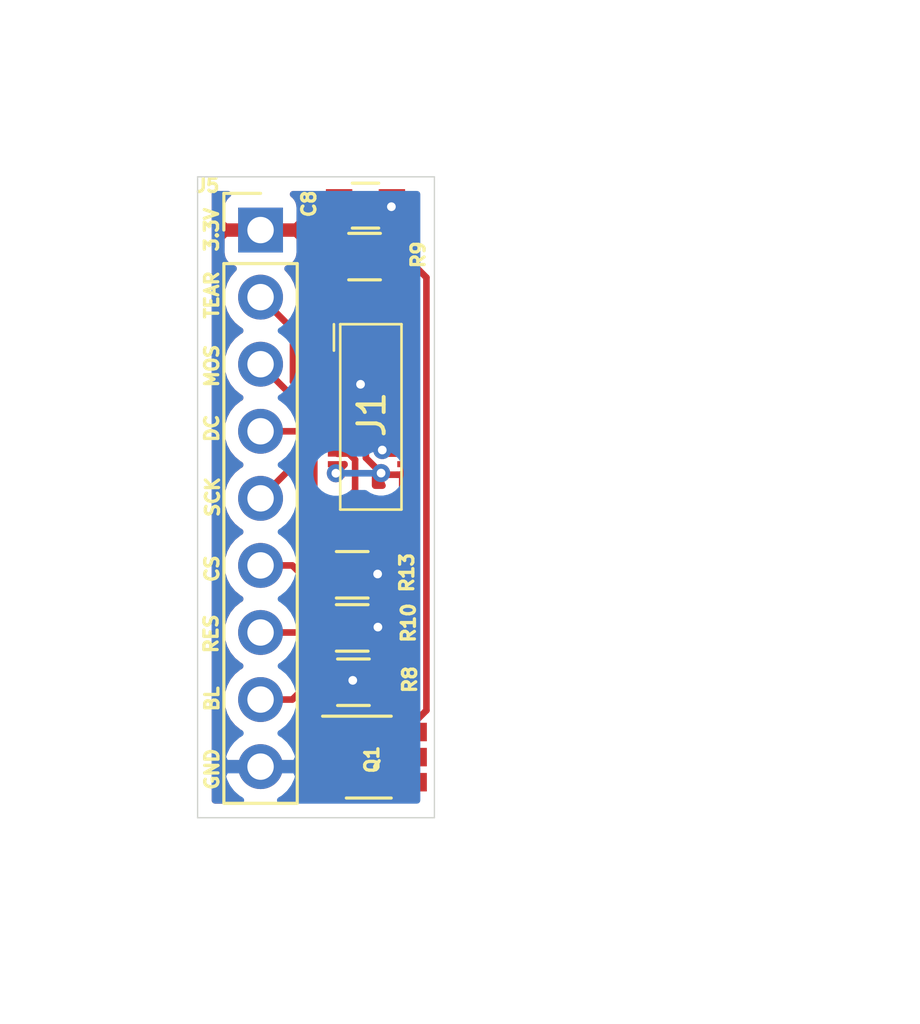
<source format=kicad_pcb>
(kicad_pcb (version 20171130) (host pcbnew "(5.1.2)-2")

  (general
    (thickness 1.6)
    (drawings 13)
    (tracks 114)
    (zones 0)
    (modules 8)
    (nets 12)
  )

  (page A4)
  (layers
    (0 F.Cu signal)
    (31 B.Cu signal)
    (32 B.Adhes user)
    (33 F.Adhes user)
    (34 B.Paste user)
    (35 F.Paste user)
    (36 B.SilkS user)
    (37 F.SilkS user)
    (38 B.Mask user)
    (39 F.Mask user)
    (40 Dwgs.User user)
    (41 Cmts.User user)
    (42 Eco1.User user)
    (43 Eco2.User user)
    (44 Edge.Cuts user)
    (45 Margin user)
    (46 B.CrtYd user)
    (47 F.CrtYd user)
    (48 B.Fab user)
    (49 F.Fab user)
  )

  (setup
    (last_trace_width 0.25)
    (user_trace_width 1.524)
    (trace_clearance 0.1524)
    (zone_clearance 0.508)
    (zone_45_only no)
    (trace_min 0.1524)
    (via_size 0.8)
    (via_drill 0.4)
    (via_min_size 0.508)
    (via_min_drill 0.254)
    (user_via 0.6858 0.3302)
    (uvia_size 0.3)
    (uvia_drill 0.1)
    (uvias_allowed no)
    (uvia_min_size 0)
    (uvia_min_drill 0)
    (edge_width 0.05)
    (segment_width 0.2)
    (pcb_text_width 0.3)
    (pcb_text_size 1.5 1.5)
    (mod_edge_width 0.12)
    (mod_text_size 1 1)
    (mod_text_width 0.15)
    (pad_size 1.524 1.524)
    (pad_drill 0.762)
    (pad_to_mask_clearance 0.0508)
    (solder_mask_min_width 0.101)
    (aux_axis_origin 0 0)
    (visible_elements 7FFFFFFF)
    (pcbplotparams
      (layerselection 0x010fc_ffffffff)
      (usegerberextensions false)
      (usegerberattributes false)
      (usegerberadvancedattributes false)
      (creategerberjobfile false)
      (excludeedgelayer true)
      (linewidth 0.100000)
      (plotframeref false)
      (viasonmask false)
      (mode 1)
      (useauxorigin false)
      (hpglpennumber 1)
      (hpglpenspeed 20)
      (hpglpendiameter 15.000000)
      (psnegative false)
      (psa4output false)
      (plotreference true)
      (plotvalue true)
      (plotinvisibletext false)
      (padsonsilk false)
      (subtractmaskfromsilk false)
      (outputformat 1)
      (mirror false)
      (drillshape 1)
      (scaleselection 1)
      (outputdirectory ""))
  )

  (net 0 "")
  (net 1 "(GND)")
  (net 2 +3.3)
  (net 3 CS)
  (net 4 RESET)
  (net 5 BACKLIGHT)
  (net 6 "Net-(Q1-Pad6)")
  (net 7 TEAR)
  (net 8 MOSI)
  (net 9 DC)
  (net 10 SCK)
  (net 11 /240x240_display/LEDK)

  (net_class Default "This is the default net class."
    (clearance 0.1524)
    (trace_width 0.25)
    (via_dia 0.8)
    (via_drill 0.4)
    (uvia_dia 0.3)
    (uvia_drill 0.1)
    (add_net "(GND)")
    (add_net +3.3)
    (add_net /240x240_display/LEDK)
    (add_net BACKLIGHT)
    (add_net CS)
    (add_net DC)
    (add_net MOSI)
    (add_net "Net-(Q1-Pad6)")
    (add_net RESET)
    (add_net SCK)
    (add_net TEAR)
  )

  (module "SMD_Packages:DF37B-24DP-0.4V(51)" (layer F.Cu) (tedit 5DB78420) (tstamp 5DB7EDE9)
    (at 120.56364 94.01048 270)
    (path /5DA394ED/5DA3A9CA)
    (fp_text reference J1 (at -0.08 -0.03 90) (layer F.SilkS)
      (effects (font (size 1 1) (thickness 0.15)))
    )
    (fp_text value Conn_02x12_Counter_Clockwise (at -14.93 2.09 180) (layer F.Fab)
      (effects (font (size 1 1) (thickness 0.15)))
    )
    (fp_line (start -3.5 1.4) (end -2.5 1.4) (layer F.SilkS) (width 0.1))
    (fp_line (start 3.52 -1.16) (end 3.52 1.16) (layer F.SilkS) (width 0.1))
    (fp_line (start -3.5 1.16) (end 3.52 1.16) (layer F.SilkS) (width 0.1))
    (fp_line (start -3.5 -1.16) (end 3.5 -1.16) (layer F.SilkS) (width 0.1))
    (fp_line (start -3.5 -1.16) (end -3.5 1.16) (layer F.SilkS) (width 0.1))
    (pad "" smd rect (at -3.25 0 270) (size 0.38 1.1) (drill (offset -0.19 0)) (layers F.Cu F.Paste F.Mask))
    (pad 12 smd rect (at 2.2 1 270) (size 0.23 0.63) (drill (offset 0 0.315)) (layers F.Cu F.Paste F.Mask)
      (net 2 +3.3))
    (pad 11 smd rect (at 1.8 1 270) (size 0.23 0.63) (drill (offset 0 0.315)) (layers F.Cu F.Paste F.Mask)
      (net 2 +3.3))
    (pad 10 smd rect (at 1.4 1 270) (size 0.23 0.63) (drill (offset 0 0.315)) (layers F.Cu F.Paste F.Mask)
      (net 4 RESET))
    (pad 9 smd rect (at 1 1 270) (size 0.23 0.63) (drill (offset 0 0.315)) (layers F.Cu F.Paste F.Mask)
      (net 3 CS))
    (pad 8 smd rect (at 0.6 1 270) (size 0.23 0.63) (drill (offset 0 0.315)) (layers F.Cu F.Paste F.Mask)
      (net 10 SCK))
    (pad 7 smd rect (at 0.2 1 270) (size 0.23 0.63) (drill (offset 0 0.315)) (layers F.Cu F.Paste F.Mask)
      (net 9 DC))
    (pad 6 smd rect (at -0.2 1 270) (size 0.23 0.63) (drill (offset 0 0.315)) (layers F.Cu F.Paste F.Mask)
      (net 8 MOSI))
    (pad 5 smd rect (at -0.6 1 270) (size 0.23 0.63) (drill (offset 0 0.315)) (layers F.Cu F.Paste F.Mask)
      (net 7 TEAR))
    (pad 4 smd rect (at -1 1 270) (size 0.23 0.63) (drill (offset 0 0.315)) (layers F.Cu F.Paste F.Mask)
      (net 1 "(GND)"))
    (pad 3 smd rect (at -1.4 1 270) (size 0.23 0.63) (drill (offset 0 0.315)) (layers F.Cu F.Paste F.Mask)
      (net 1 "(GND)"))
    (pad 2 smd rect (at -1.8 1.01 270) (size 0.23 0.63) (drill (offset 0 0.315)) (layers F.Cu F.Paste F.Mask)
      (net 11 /240x240_display/LEDK))
    (pad 1 smd rect (at -2.2 1.01 270) (size 0.23 0.63) (drill (offset 0 0.315)) (layers F.Cu F.Paste F.Mask)
      (net 11 /240x240_display/LEDK))
    (pad 13 smd rect (at 2.2 -1 270) (size 0.23 0.63) (drill (offset 0 -0.315)) (layers F.Cu F.Paste F.Mask)
      (net 2 +3.3))
    (pad 14 smd rect (at 1.8 -1 270) (size 0.23 0.63) (drill (offset 0 -0.315)) (layers F.Cu F.Paste F.Mask)
      (net 2 +3.3))
    (pad 15 smd rect (at 1.4 -1 270) (size 0.23 0.63) (drill (offset 0 -0.315)) (layers F.Cu F.Paste F.Mask)
      (net 1 "(GND)"))
    (pad 16 smd rect (at 1 -1 270) (size 0.23 0.63) (drill (offset 0 -0.315)) (layers F.Cu F.Paste F.Mask)
      (net 1 "(GND)"))
    (pad 17 smd rect (at 0.6 -1 270) (size 0.23 0.63) (drill (offset 0 -0.315)) (layers F.Cu F.Paste F.Mask))
    (pad 18 smd rect (at 0.2 -1 270) (size 0.23 0.63) (drill (offset 0 -0.315)) (layers F.Cu F.Paste F.Mask))
    (pad 19 smd rect (at -0.2 -1 270) (size 0.23 0.63) (drill (offset 0 -0.315)) (layers F.Cu F.Paste F.Mask))
    (pad 20 smd rect (at -0.6 -1 270) (size 0.23 0.63) (drill (offset 0 -0.315)) (layers F.Cu F.Paste F.Mask))
    (pad 21 smd rect (at -1 -1 270) (size 0.23 0.63) (drill (offset 0 -0.315)) (layers F.Cu F.Paste F.Mask))
    (pad 22 smd rect (at -1.4 -1 270) (size 0.23 0.63) (drill (offset 0 -0.315)) (layers F.Cu F.Paste F.Mask))
    (pad 23 smd rect (at -1.8 -1 270) (size 0.23 0.63) (drill (offset 0 -0.315)) (layers F.Cu F.Paste F.Mask)
      (net 2 +3.3))
    (pad 24 smd rect (at -2.2 -1.01 270) (size 0.23 0.63) (drill (offset 0 -0.315)) (layers F.Cu F.Paste F.Mask)
      (net 2 +3.3))
    (pad "" smd rect (at 3.25 0 270) (size 0.38 1.1) (drill (offset 0.19 0)) (layers F.Cu F.Paste F.Mask))
  )

  (module Capacitors_SMD:C_0805 (layer F.Cu) (tedit 58AA8463) (tstamp 5DB7C0B7)
    (at 120.36044 86.01964)
    (descr "Capacitor SMD 0805, reflow soldering, AVX (see smccp.pdf)")
    (tags "capacitor 0805")
    (path /5DA394ED/5DA8AA33)
    (attr smd)
    (fp_text reference C8 (at -2.14376 -0.06604 90) (layer F.SilkS)
      (effects (font (size 0.5 0.5) (thickness 0.125)))
    )
    (fp_text value 0.1uF (at 2.61 -5.65) (layer F.Fab)
      (effects (font (size 1 1) (thickness 0.15)))
    )
    (fp_line (start 1.75 0.87) (end -1.75 0.87) (layer F.CrtYd) (width 0.05))
    (fp_line (start 1.75 0.87) (end 1.75 -0.88) (layer F.CrtYd) (width 0.05))
    (fp_line (start -1.75 -0.88) (end -1.75 0.87) (layer F.CrtYd) (width 0.05))
    (fp_line (start -1.75 -0.88) (end 1.75 -0.88) (layer F.CrtYd) (width 0.05))
    (fp_line (start -0.5 0.85) (end 0.5 0.85) (layer F.SilkS) (width 0.12))
    (fp_line (start 0.5 -0.85) (end -0.5 -0.85) (layer F.SilkS) (width 0.12))
    (fp_line (start -1 -0.62) (end 1 -0.62) (layer F.Fab) (width 0.1))
    (fp_line (start 1 -0.62) (end 1 0.62) (layer F.Fab) (width 0.1))
    (fp_line (start 1 0.62) (end -1 0.62) (layer F.Fab) (width 0.1))
    (fp_line (start -1 0.62) (end -1 -0.62) (layer F.Fab) (width 0.1))
    (pad 2 smd rect (at 1 0) (size 1 1.25) (layers F.Cu F.Paste F.Mask)
      (net 1 "(GND)"))
    (pad 1 smd rect (at -1 0) (size 1 1.25) (layers F.Cu F.Paste F.Mask)
      (net 2 +3.3))
    (model Capacitors_SMD.3dshapes/C_0805.wrl
      (at (xyz 0 0 0))
      (scale (xyz 1 1 1))
      (rotate (xyz 0 0 0))
    )
  )

  (module Pin_Headers:Pin_Header_Straight_1x09_Pitch2.54mm (layer F.Cu) (tedit 5862ED52) (tstamp 5DB7C18A)
    (at 116.385001 86.945001)
    (descr "Through hole straight pin header, 1x09, 2.54mm pitch, single row")
    (tags "Through hole pin header THT 1x09 2.54mm single row")
    (path /5DA394ED/5DA794B6)
    (fp_text reference J5 (at -2.003721 -1.687361) (layer F.SilkS)
      (effects (font (size 0.5 0.5) (thickness 0.125)))
    )
    (fp_text value Conn_01x09_Male (at 0.164999 29.234999) (layer F.Fab)
      (effects (font (size 1 1) (thickness 0.15)))
    )
    (fp_line (start -1.27 -1.27) (end -1.27 21.59) (layer F.Fab) (width 0.1))
    (fp_line (start -1.27 21.59) (end 1.27 21.59) (layer F.Fab) (width 0.1))
    (fp_line (start 1.27 21.59) (end 1.27 -1.27) (layer F.Fab) (width 0.1))
    (fp_line (start 1.27 -1.27) (end -1.27 -1.27) (layer F.Fab) (width 0.1))
    (fp_line (start -1.39 1.27) (end -1.39 21.71) (layer F.SilkS) (width 0.12))
    (fp_line (start -1.39 21.71) (end 1.39 21.71) (layer F.SilkS) (width 0.12))
    (fp_line (start 1.39 21.71) (end 1.39 1.27) (layer F.SilkS) (width 0.12))
    (fp_line (start 1.39 1.27) (end -1.39 1.27) (layer F.SilkS) (width 0.12))
    (fp_line (start -1.39 0) (end -1.39 -1.39) (layer F.SilkS) (width 0.12))
    (fp_line (start -1.39 -1.39) (end 0 -1.39) (layer F.SilkS) (width 0.12))
    (fp_line (start -1.6 -1.6) (end -1.6 21.9) (layer F.CrtYd) (width 0.05))
    (fp_line (start -1.6 21.9) (end 1.6 21.9) (layer F.CrtYd) (width 0.05))
    (fp_line (start 1.6 21.9) (end 1.6 -1.6) (layer F.CrtYd) (width 0.05))
    (fp_line (start 1.6 -1.6) (end -1.6 -1.6) (layer F.CrtYd) (width 0.05))
    (pad 1 thru_hole rect (at 0 0) (size 1.7 1.7) (drill 1) (layers *.Cu *.Mask)
      (net 2 +3.3))
    (pad 2 thru_hole oval (at 0 2.54) (size 1.7 1.7) (drill 1) (layers *.Cu *.Mask)
      (net 7 TEAR))
    (pad 3 thru_hole oval (at 0 5.08) (size 1.7 1.7) (drill 1) (layers *.Cu *.Mask)
      (net 8 MOSI))
    (pad 4 thru_hole oval (at 0 7.62) (size 1.7 1.7) (drill 1) (layers *.Cu *.Mask)
      (net 9 DC))
    (pad 5 thru_hole oval (at 0 10.16) (size 1.7 1.7) (drill 1) (layers *.Cu *.Mask)
      (net 10 SCK))
    (pad 6 thru_hole oval (at 0 12.7) (size 1.7 1.7) (drill 1) (layers *.Cu *.Mask)
      (net 3 CS))
    (pad 7 thru_hole oval (at 0 15.24) (size 1.7 1.7) (drill 1) (layers *.Cu *.Mask)
      (net 4 RESET))
    (pad 8 thru_hole oval (at 0 17.78) (size 1.7 1.7) (drill 1) (layers *.Cu *.Mask)
      (net 5 BACKLIGHT))
    (pad 9 thru_hole oval (at 0 20.32) (size 1.7 1.7) (drill 1) (layers *.Cu *.Mask)
      (net 1 "(GND)"))
    (model Pin_Headers.3dshapes/Pin_Header_Straight_1x09_Pitch2.54mm.wrl
      (offset (xyz 0 -10.15999984741211 0))
      (scale (xyz 1 1 1))
      (rotate (xyz 0 0 90))
    )
  )

  (module TO_SOT_Packages_SMD:SuperSOT-6 (layer F.Cu) (tedit 5DA907BF) (tstamp 5DB7C1B9)
    (at 120.63476 106.95432 270)
    (tags "SuperSOT SOT-6")
    (path /5DA394ED/5DA8A9CF)
    (fp_text reference Q1 (at 0.04 0.03 270) (layer F.SilkS)
      (effects (font (size 0.5 0.5) (thickness 0.125)))
    )
    (fp_text value FDC6420C (at 8.71 -2.72 180) (layer F.Fab)
      (effects (font (size 1 1) (thickness 0.15)))
    )
    (fp_line (start 1.5 -0.7) (end 1.5 1) (layer F.SilkS) (width 0.12))
    (fp_line (start -1.6 1.9) (end -1.6 -0.7) (layer F.SilkS) (width 0.12))
    (fp_line (start -1.7 -2.2) (end 1.6 -2.2) (layer F.CrtYd) (width 0.04))
    (fp_line (start 1.6 -2.2) (end 1.6 2.2) (layer F.CrtYd) (width 0.04))
    (fp_line (start 1.6 2.2) (end -1.7 2.2) (layer F.CrtYd) (width 0.04))
    (fp_line (start -1.7 2.2) (end -1.7 -2.2) (layer F.CrtYd) (width 0.04))
    (pad 3 smd rect (at 0.9 1.3 270) (size 0.7 1.5) (layers F.Cu F.Paste F.Mask))
    (pad 4 smd rect (at 0.9 -1.3 270) (size 0.7 1.5) (layers F.Cu F.Paste F.Mask))
    (pad 5 smd rect (at -0.05 -1.3 270) (size 0.7 1.5) (layers F.Cu F.Paste F.Mask)
      (net 1 "(GND)"))
    (pad 6 smd rect (at -1 -1.3 270) (size 0.7 1.5) (layers F.Cu F.Paste F.Mask)
      (net 6 "Net-(Q1-Pad6)"))
    (pad 2 smd rect (at -0.05 1.3 270) (size 0.7 1.5) (layers F.Cu F.Paste F.Mask))
    (pad 1 smd rect (at -1 1.3 270) (size 0.7 1.5) (layers F.Cu F.Paste F.Mask)
      (net 5 BACKLIGHT))
  )

  (module Resistors_SMD:R_0805 (layer F.Cu) (tedit 58AADA8F) (tstamp 5DB7C241)
    (at 119.90324 104.06888 180)
    (descr "Resistor SMD 0805, reflow soldering, Vishay (see dcrcw.pdf)")
    (tags "resistor 0805")
    (path /5DA394ED/5DA4E811)
    (attr smd)
    (fp_text reference R8 (at -2.1336 0.1016 90) (layer F.SilkS)
      (effects (font (size 0.5 0.5) (thickness 0.125)))
    )
    (fp_text value 2.2K (at -2.44 -7.87) (layer F.Fab)
      (effects (font (size 1 1) (thickness 0.15)))
    )
    (fp_line (start -1 0.62) (end -1 -0.62) (layer F.Fab) (width 0.1))
    (fp_line (start 1 0.62) (end -1 0.62) (layer F.Fab) (width 0.1))
    (fp_line (start 1 -0.62) (end 1 0.62) (layer F.Fab) (width 0.1))
    (fp_line (start -1 -0.62) (end 1 -0.62) (layer F.Fab) (width 0.1))
    (fp_line (start 0.6 0.88) (end -0.6 0.88) (layer F.SilkS) (width 0.12))
    (fp_line (start -0.6 -0.88) (end 0.6 -0.88) (layer F.SilkS) (width 0.12))
    (fp_line (start -1.55 -0.9) (end 1.55 -0.9) (layer F.CrtYd) (width 0.05))
    (fp_line (start -1.55 -0.9) (end -1.55 0.9) (layer F.CrtYd) (width 0.05))
    (fp_line (start 1.55 0.9) (end 1.55 -0.9) (layer F.CrtYd) (width 0.05))
    (fp_line (start 1.55 0.9) (end -1.55 0.9) (layer F.CrtYd) (width 0.05))
    (pad 1 smd rect (at -0.95 0 180) (size 0.7 1.3) (layers F.Cu F.Paste F.Mask)
      (net 2 +3.3))
    (pad 2 smd rect (at 0.95 0 180) (size 0.7 1.3) (layers F.Cu F.Paste F.Mask)
      (net 5 BACKLIGHT))
    (model Resistors_SMD.3dshapes/R_0805.wrl
      (at (xyz 0 0 0))
      (scale (xyz 1 1 1))
      (rotate (xyz 0 0 0))
    )
  )

  (module Resistors_SMD:R_0805 (layer F.Cu) (tedit 58AADA8F) (tstamp 5DB7C252)
    (at 120.32488 87.95004)
    (descr "Resistor SMD 0805, reflow soldering, Vishay (see dcrcw.pdf)")
    (tags "resistor 0805")
    (path /5DA394ED/5DA5E92D)
    (attr smd)
    (fp_text reference R9 (at 2.03 -0.07 270) (layer F.SilkS)
      (effects (font (size 0.5 0.5) (thickness 0.125)))
    )
    (fp_text value 10 (at 20.21 4.58 270) (layer F.Fab)
      (effects (font (size 1 1) (thickness 0.15)))
    )
    (fp_line (start 1.55 0.9) (end -1.55 0.9) (layer F.CrtYd) (width 0.05))
    (fp_line (start 1.55 0.9) (end 1.55 -0.9) (layer F.CrtYd) (width 0.05))
    (fp_line (start -1.55 -0.9) (end -1.55 0.9) (layer F.CrtYd) (width 0.05))
    (fp_line (start -1.55 -0.9) (end 1.55 -0.9) (layer F.CrtYd) (width 0.05))
    (fp_line (start -0.6 -0.88) (end 0.6 -0.88) (layer F.SilkS) (width 0.12))
    (fp_line (start 0.6 0.88) (end -0.6 0.88) (layer F.SilkS) (width 0.12))
    (fp_line (start -1 -0.62) (end 1 -0.62) (layer F.Fab) (width 0.1))
    (fp_line (start 1 -0.62) (end 1 0.62) (layer F.Fab) (width 0.1))
    (fp_line (start 1 0.62) (end -1 0.62) (layer F.Fab) (width 0.1))
    (fp_line (start -1 0.62) (end -1 -0.62) (layer F.Fab) (width 0.1))
    (fp_text user %R (at 12.26 4.36) (layer F.Fab)
      (effects (font (size 1 1) (thickness 0.15)))
    )
    (pad 2 smd rect (at 0.95 0) (size 0.7 1.3) (layers F.Cu F.Paste F.Mask)
      (net 6 "Net-(Q1-Pad6)"))
    (pad 1 smd rect (at -0.95 0) (size 0.7 1.3) (layers F.Cu F.Paste F.Mask)
      (net 11 /240x240_display/LEDK))
    (model Resistors_SMD.3dshapes/R_0805.wrl
      (at (xyz 0 0 0))
      (scale (xyz 1 1 1))
      (rotate (xyz 0 0 0))
    )
  )

  (module Resistors_SMD:R_0805 (layer F.Cu) (tedit 58AADA8F) (tstamp 5DB7C263)
    (at 119.85752 102.01148)
    (descr "Resistor SMD 0805, reflow soldering, Vishay (see dcrcw.pdf)")
    (tags "resistor 0805")
    (path /5DA394ED/5DA9425B)
    (attr smd)
    (fp_text reference R10 (at 2.13 -0.19 270) (layer F.SilkS)
      (effects (font (size 0.5 0.5) (thickness 0.125)))
    )
    (fp_text value 10K (at -3.12 12.32) (layer F.Fab)
      (effects (font (size 1 1) (thickness 0.15)))
    )
    (fp_text user %R (at 5.95 9.84) (layer F.Fab)
      (effects (font (size 1 1) (thickness 0.15)))
    )
    (fp_line (start -1 0.62) (end -1 -0.62) (layer F.Fab) (width 0.1))
    (fp_line (start 1 0.62) (end -1 0.62) (layer F.Fab) (width 0.1))
    (fp_line (start 1 -0.62) (end 1 0.62) (layer F.Fab) (width 0.1))
    (fp_line (start -1 -0.62) (end 1 -0.62) (layer F.Fab) (width 0.1))
    (fp_line (start 0.6 0.88) (end -0.6 0.88) (layer F.SilkS) (width 0.12))
    (fp_line (start -0.6 -0.88) (end 0.6 -0.88) (layer F.SilkS) (width 0.12))
    (fp_line (start -1.55 -0.9) (end 1.55 -0.9) (layer F.CrtYd) (width 0.05))
    (fp_line (start -1.55 -0.9) (end -1.55 0.9) (layer F.CrtYd) (width 0.05))
    (fp_line (start 1.55 0.9) (end 1.55 -0.9) (layer F.CrtYd) (width 0.05))
    (fp_line (start 1.55 0.9) (end -1.55 0.9) (layer F.CrtYd) (width 0.05))
    (pad 1 smd rect (at -0.95 0) (size 0.7 1.3) (layers F.Cu F.Paste F.Mask)
      (net 4 RESET))
    (pad 2 smd rect (at 0.95 0) (size 0.7 1.3) (layers F.Cu F.Paste F.Mask)
      (net 1 "(GND)"))
    (model Resistors_SMD.3dshapes/R_0805.wrl
      (at (xyz 0 0 0))
      (scale (xyz 1 1 1))
      (rotate (xyz 0 0 0))
    )
  )

  (module Resistors_SMD:R_0805 (layer F.Cu) (tedit 58AADA8F) (tstamp 5DB7E0B2)
    (at 119.85752 99.9998)
    (descr "Resistor SMD 0805, reflow soldering, Vishay (see dcrcw.pdf)")
    (tags "resistor 0805")
    (path /5DA394ED/5DA99E04)
    (attr smd)
    (fp_text reference R13 (at 2.07 -0.08 90) (layer F.SilkS)
      (effects (font (size 0.5 0.5) (thickness 0.125)))
    )
    (fp_text value 10K (at -2.95 13.05) (layer F.Fab)
      (effects (font (size 1 1) (thickness 0.15)))
    )
    (fp_line (start 1.55 0.9) (end -1.55 0.9) (layer F.CrtYd) (width 0.05))
    (fp_line (start 1.55 0.9) (end 1.55 -0.9) (layer F.CrtYd) (width 0.05))
    (fp_line (start -1.55 -0.9) (end -1.55 0.9) (layer F.CrtYd) (width 0.05))
    (fp_line (start -1.55 -0.9) (end 1.55 -0.9) (layer F.CrtYd) (width 0.05))
    (fp_line (start -0.6 -0.88) (end 0.6 -0.88) (layer F.SilkS) (width 0.12))
    (fp_line (start 0.6 0.88) (end -0.6 0.88) (layer F.SilkS) (width 0.12))
    (fp_line (start -1 -0.62) (end 1 -0.62) (layer F.Fab) (width 0.1))
    (fp_line (start 1 -0.62) (end 1 0.62) (layer F.Fab) (width 0.1))
    (fp_line (start 1 0.62) (end -1 0.62) (layer F.Fab) (width 0.1))
    (fp_line (start -1 0.62) (end -1 -0.62) (layer F.Fab) (width 0.1))
    (fp_text user %R (at 2.48 12.96) (layer F.Fab)
      (effects (font (size 1 1) (thickness 0.15)))
    )
    (pad 2 smd rect (at 0.95 0) (size 0.7 1.3) (layers F.Cu F.Paste F.Mask)
      (net 1 "(GND)"))
    (pad 1 smd rect (at -0.95 0) (size 0.7 1.3) (layers F.Cu F.Paste F.Mask)
      (net 3 CS))
    (model Resistors_SMD.3dshapes/R_0805.wrl
      (at (xyz 0 0 0))
      (scale (xyz 1 1 1))
      (rotate (xyz 0 0 0))
    )
  )

  (gr_text GND (at 114.54384 107.36072 90) (layer F.SilkS) (tstamp 5DB8CF70)
    (effects (font (size 0.5 0.5) (thickness 0.125)))
  )
  (gr_text BL (at 114.54384 104.6988 90) (layer F.SilkS) (tstamp 5DB8CF59)
    (effects (font (size 0.5 0.5) (thickness 0.125)))
  )
  (gr_text RES (at 114.51336 102.235 90) (layer F.SilkS) (tstamp 5DB8CF50)
    (effects (font (size 0.5 0.5) (thickness 0.125)))
  )
  (gr_text CS (at 114.54384 99.7712 90) (layer F.SilkS) (tstamp 5DB8CF44)
    (effects (font (size 0.5 0.5) (thickness 0.125)))
  )
  (gr_text SCK (at 114.56924 97.0534 90) (layer F.SilkS) (tstamp 5DB8CF2D)
    (effects (font (size 0.5 0.5) (thickness 0.125)))
  )
  (gr_text DC (at 114.53876 94.45244 90) (layer F.SilkS) (tstamp 5DB8CF1D)
    (effects (font (size 0.5 0.5) (thickness 0.125)))
  )
  (gr_text MOS (at 114.53876 92.09024 90) (layer F.SilkS) (tstamp 5DB8CF13)
    (effects (font (size 0.5 0.5) (thickness 0.125)))
  )
  (gr_text TEAR (at 114.53876 89.40292 90) (layer F.SilkS) (tstamp 5DB8CF01)
    (effects (font (size 0.5 0.5) (thickness 0.125)))
  )
  (gr_text 3.3V (at 114.53 86.93 90) (layer F.SilkS)
    (effects (font (size 0.5 0.5) (thickness 0.125)))
  )
  (gr_line (start 114 109.2) (end 114 84.93) (layer Edge.Cuts) (width 0.05) (tstamp 5DB7E7FD))
  (gr_line (start 122.97 109.2) (end 114 109.2) (layer Edge.Cuts) (width 0.05))
  (gr_line (start 122.97 84.93) (end 122.97 109.2) (layer Edge.Cuts) (width 0.05))
  (gr_line (start 114 84.93) (end 122.97 84.93) (layer Edge.Cuts) (width 0.05))

  (via (at 121.34088 86.06028) (size 0.6858) (drill 0.3302) (layers F.Cu B.Cu) (net 1))
  (via (at 120.83 101.981) (size 0.6858) (drill 0.3302) (layers F.Cu B.Cu) (net 1))
  (via (at 120.82 99.97) (size 0.6858) (drill 0.3302) (layers F.Cu B.Cu) (net 1))
  (segment (start 120.73636 101.981) (end 120.74652 101.99116) (width 0.25) (layer F.Cu) (net 1))
  (segment (start 120.530413 99.99472) (end 120.82272 99.99472) (width 0.25) (layer F.Cu) (net 1))
  (via (at 119.87784 103.99776) (size 0.6858) (drill 0.3302) (layers F.Cu B.Cu) (net 1))
  (segment (start 119.87784 104.482693) (end 119.87784 103.99776) (width 0.25) (layer F.Cu) (net 1))
  (segment (start 119.87784 104.51196) (end 119.87784 104.482693) (width 0.25) (layer F.Cu) (net 1))
  (segment (start 120.362161 104.996281) (end 119.87784 104.51196) (width 0.25) (layer F.Cu) (net 1))
  (segment (start 120.362161 105.981043) (end 120.362161 104.996281) (width 0.25) (layer F.Cu) (net 1))
  (segment (start 121.285438 106.90432) (end 120.362161 105.981043) (width 0.25) (layer F.Cu) (net 1))
  (segment (start 121.93476 106.90432) (end 121.285438 106.90432) (width 0.25) (layer F.Cu) (net 1))
  (via (at 120.99544 95.2754) (size 0.6858) (drill 0.3302) (layers F.Cu B.Cu) (net 1))
  (segment (start 121.13052 95.41048) (end 120.99544 95.2754) (width 0.25) (layer F.Cu) (net 1))
  (segment (start 121.56364 95.41048) (end 121.13052 95.41048) (width 0.25) (layer F.Cu) (net 1))
  (segment (start 121.26036 95.01048) (end 120.99544 95.2754) (width 0.25) (layer F.Cu) (net 1))
  (segment (start 121.56364 95.01048) (end 121.26036 95.01048) (width 0.25) (layer F.Cu) (net 1))
  (via (at 120.17248 92.7862) (size 0.6858) (drill 0.3302) (layers F.Cu B.Cu) (net 1))
  (segment (start 119.99676 92.61048) (end 120.17248 92.7862) (width 0.25) (layer F.Cu) (net 1))
  (segment (start 119.56364 92.61048) (end 119.99676 92.61048) (width 0.25) (layer F.Cu) (net 1))
  (segment (start 119.9482 93.01048) (end 120.17248 92.7862) (width 0.25) (layer F.Cu) (net 1))
  (segment (start 119.55932 92.99956) (end 119.94388 92.99956) (width 0.25) (layer F.Cu) (net 1))
  (segment (start 121.57364 91.81048) (end 121.57364 91.86072) (width 0.25) (layer F.Cu) (net 2))
  (segment (start 121.57364 91.86072) (end 121.8946 92.18168) (width 0.25) (layer F.Cu) (net 2))
  (segment (start 119.56364 95.81048) (end 119.56364 95.82836) (width 0.25) (layer F.Cu) (net 2))
  (segment (start 119.56364 95.82836) (end 119.23776 96.15424) (width 0.25) (layer F.Cu) (net 2))
  (segment (start 121.56364 96.21048) (end 121.81804 96.21048) (width 0.25) (layer F.Cu) (net 2))
  (segment (start 121.81804 96.21048) (end 121.87936 96.14916) (width 0.25) (layer F.Cu) (net 2))
  (segment (start 121.87936 96.14916) (end 121.87936 95.81388) (width 0.25) (layer F.Cu) (net 2))
  (segment (start 119.36044 86.14464) (end 120.30456 87.08876) (width 0.25) (layer F.Cu) (net 2))
  (segment (start 119.36044 86.01964) (end 119.36044 86.14464) (width 0.25) (layer F.Cu) (net 2))
  (segment (start 120.30456 87.08876) (end 120.30456 88.9254) (width 0.25) (layer F.Cu) (net 2))
  (segment (start 121.391041 90.011881) (end 121.573921 90.011881) (width 0.25) (layer F.Cu) (net 2))
  (segment (start 120.30456 88.9254) (end 121.391041 90.011881) (width 0.25) (layer F.Cu) (net 2))
  (segment (start 121.573921 90.011881) (end 121.8946 90.33256) (width 0.25) (layer F.Cu) (net 2))
  (segment (start 121.8946 90.33256) (end 121.8946 91.78544) (width 0.25) (layer F.Cu) (net 2))
  (segment (start 120.375139 95.573145) (end 120.950437 96.148443) (width 0.25) (layer F.Cu) (net 2))
  (segment (start 120.375139 94.977655) (end 120.375139 95.573145) (width 0.25) (layer F.Cu) (net 2))
  (segment (start 120.792781 92.767017) (end 120.792781 94.560013) (width 0.25) (layer F.Cu) (net 2))
  (segment (start 121.012474 96.21048) (end 121.56364 96.21048) (width 0.25) (layer F.Cu) (net 2))
  (segment (start 121.349318 92.21048) (end 120.792781 92.767017) (width 0.25) (layer F.Cu) (net 2))
  (segment (start 120.792781 94.560013) (end 120.375139 94.977655) (width 0.25) (layer F.Cu) (net 2))
  (segment (start 121.56364 92.21048) (end 121.349318 92.21048) (width 0.25) (layer F.Cu) (net 2))
  (segment (start 120.950437 96.148443) (end 121.012474 96.21048) (width 0.25) (layer F.Cu) (net 2) (tstamp 5DB8CDDC))
  (via (at 120.950437 96.148443) (size 0.6858) (drill 0.3302) (layers F.Cu B.Cu) (net 2))
  (segment (start 119.23776 96.15424) (end 119.23776 96.15424) (width 0.25) (layer F.Cu) (net 2) (tstamp 5DB8CDF1))
  (via (at 119.23776 96.15424) (size 0.6858) (drill 0.3302) (layers F.Cu B.Cu) (net 2))
  (segment (start 120.94464 96.15424) (end 120.950437 96.148443) (width 0.25) (layer B.Cu) (net 2))
  (segment (start 119.23776 96.15424) (end 120.94464 96.15424) (width 0.25) (layer B.Cu) (net 2))
  (segment (start 117.587082 99.645001) (end 117.891081 99.949) (width 0.25) (layer F.Cu) (net 3))
  (segment (start 116.385001 99.645001) (end 117.587082 99.645001) (width 0.25) (layer F.Cu) (net 3))
  (segment (start 117.891081 99.949) (end 118.85168 99.949) (width 0.25) (layer F.Cu) (net 3))
  (segment (start 118.90752 99.0998) (end 118.42 98.61228) (width 0.25) (layer F.Cu) (net 3))
  (segment (start 118.90752 99.9998) (end 118.90752 99.0998) (width 0.25) (layer F.Cu) (net 3))
  (segment (start 118.42 98.61228) (end 118.42 95.56) (width 0.25) (layer F.Cu) (net 3))
  (segment (start 118.42 95.33116) (end 118.73375 95.01741) (width 0.25) (layer F.Cu) (net 3))
  (segment (start 118.42 95.56) (end 118.42 95.33116) (width 0.25) (layer F.Cu) (net 3))
  (segment (start 118.73375 95.01741) (end 119.16664 95.01741) (width 0.25) (layer F.Cu) (net 3))
  (segment (start 116.385001 102.185001) (end 118.739119 102.185001) (width 0.25) (layer F.Cu) (net 4))
  (segment (start 118.739119 102.185001) (end 118.90248 102.02164) (width 0.25) (layer F.Cu) (net 4))
  (segment (start 119.50752 102.01148) (end 119.9 101.619) (width 0.25) (layer F.Cu) (net 4))
  (segment (start 118.90752 102.01148) (end 119.50752 102.01148) (width 0.25) (layer F.Cu) (net 4))
  (segment (start 119.9 101.619) (end 119.9 98.48) (width 0.25) (layer F.Cu) (net 4))
  (segment (start 119.9 98.48) (end 119.9 98.44) (width 0.25) (layer F.Cu) (net 4))
  (segment (start 119.9 98.44) (end 119.41 97.95) (width 0.25) (layer F.Cu) (net 4))
  (segment (start 119.39193 95.40807) (end 119.381921 95.418079) (width 0.25) (layer F.Cu) (net 4))
  (segment (start 119.730323 95.40807) (end 119.39193 95.40807) (width 0.25) (layer F.Cu) (net 4))
  (segment (start 119.96605 95.643797) (end 119.730323 95.40807) (width 0.25) (layer F.Cu) (net 4))
  (segment (start 119.96605 96.808748) (end 119.96605 95.643797) (width 0.25) (layer F.Cu) (net 4))
  (segment (start 119.41 97.95) (end 119.41 97.364798) (width 0.25) (layer F.Cu) (net 4))
  (segment (start 119.41 97.364798) (end 119.96605 96.808748) (width 0.25) (layer F.Cu) (net 4))
  (segment (start 119.381921 95.418079) (end 119.3 95.418079) (width 0.25) (layer F.Cu) (net 4))
  (segment (start 117.587082 104.725001) (end 118.227963 104.08412) (width 0.25) (layer F.Cu) (net 5))
  (segment (start 116.385001 104.725001) (end 117.587082 104.725001) (width 0.25) (layer F.Cu) (net 5))
  (segment (start 118.227963 104.08412) (end 118.93296 104.08412) (width 0.25) (layer F.Cu) (net 5))
  (segment (start 119.33476 105.35432) (end 118.89232 104.91188) (width 0.25) (layer F.Cu) (net 5))
  (segment (start 119.33476 105.95432) (end 119.33476 105.35432) (width 0.25) (layer F.Cu) (net 5))
  (segment (start 118.89232 104.91188) (end 118.89232 104.06888) (width 0.25) (layer F.Cu) (net 5))
  (segment (start 122.66759 105.13485) (end 121.96572 105.83672) (width 0.25) (layer F.Cu) (net 6))
  (segment (start 122.66759 88.74275) (end 122.66759 105.13485) (width 0.25) (layer F.Cu) (net 6))
  (segment (start 121.27488 87.95004) (end 121.87488 87.95004) (width 0.25) (layer F.Cu) (net 6))
  (segment (start 121.87488 87.95004) (end 122.66759 88.74275) (width 0.25) (layer F.Cu) (net 6))
  (segment (start 117.61216 92.683068) (end 118.328882 93.39979) (width 0.25) (layer F.Cu) (net 7))
  (segment (start 117.61216 90.9828) (end 117.61216 92.683068) (width 0.25) (layer F.Cu) (net 7))
  (segment (start 117.512402 90.883042) (end 117.61216 90.9828) (width 0.25) (layer F.Cu) (net 7))
  (segment (start 117.512402 90.612402) (end 117.512402 90.883042) (width 0.25) (layer F.Cu) (net 7))
  (segment (start 116.385001 89.485001) (end 117.512402 90.612402) (width 0.25) (layer F.Cu) (net 7))
  (segment (start 118.48991 93.39979) (end 118.49608 93.40596) (width 0.25) (layer F.Cu) (net 7))
  (segment (start 118.328882 93.39979) (end 118.48991 93.39979) (width 0.25) (layer F.Cu) (net 7))
  (segment (start 118.49608 93.40596) (end 119.26316 93.40596) (width 0.25) (layer F.Cu) (net 7))
  (segment (start 119.479553 93.81018) (end 118.15862 93.81018) (width 0.25) (layer F.Cu) (net 8))
  (segment (start 119.56364 93.81048) (end 119.479853 93.81048) (width 0.25) (layer F.Cu) (net 8))
  (segment (start 119.479853 93.81048) (end 119.479553 93.81018) (width 0.25) (layer F.Cu) (net 8))
  (segment (start 118.15862 93.81018) (end 116.3828 92.03436) (width 0.25) (layer F.Cu) (net 8))
  (segment (start 119.31287 94.21259) (end 119.318359 94.218079) (width 0.25) (layer F.Cu) (net 9))
  (segment (start 118.390358 94.21259) (end 119.31287 94.21259) (width 0.25) (layer F.Cu) (net 9))
  (segment (start 116.385001 94.565001) (end 118.037947 94.565001) (width 0.25) (layer F.Cu) (net 9))
  (segment (start 118.037947 94.565001) (end 118.390358 94.21259) (width 0.25) (layer F.Cu) (net 9))
  (segment (start 119.318359 94.218079) (end 119.33428 94.218079) (width 0.25) (layer F.Cu) (net 9))
  (segment (start 118.016806 95.155234) (end 118.55704 94.615) (width 0.25) (layer F.Cu) (net 10))
  (segment (start 116.385001 97.105001) (end 118.01759 95.472412) (width 0.25) (layer F.Cu) (net 10))
  (segment (start 118.01759 95.472412) (end 118.01759 95.143115) (width 0.25) (layer F.Cu) (net 10))
  (segment (start 118.557824 94.615) (end 118.711719 94.615) (width 0.25) (layer F.Cu) (net 10))
  (segment (start 118.711038 94.615) (end 119.2022 94.615) (width 0.25) (layer F.Cu) (net 10))
  (segment (start 119.37488 87.95004) (end 119.37488 87.95004) (width 0.25) (layer F.Cu) (net 11))
  (segment (start 119.37488 87.95004) (end 119.37488 88.25004) (width 0.25) (layer F.Cu) (net 11) (tstamp 5DB8C68C))
  (segment (start 119.37488 87.95004) (end 119.37488 90.36816) (width 0.25) (layer F.Cu) (net 11))
  (segment (start 119.37488 90.36816) (end 118.66372 91.07932) (width 0.25) (layer F.Cu) (net 11))
  (segment (start 118.66372 91.07932) (end 118.66372 91.57716) (width 0.25) (layer F.Cu) (net 11))
  (segment (start 118.66372 92.06484) (end 118.78564 92.18676) (width 0.25) (layer F.Cu) (net 11))
  (segment (start 118.66372 91.57716) (end 118.66372 92.06484) (width 0.25) (layer F.Cu) (net 11))
  (segment (start 118.78564 92.21216) (end 119.2276 92.21216) (width 0.25) (layer F.Cu) (net 11))
  (segment (start 118.89704 91.81048) (end 118.66372 91.57716) (width 0.25) (layer F.Cu) (net 11))
  (segment (start 119.55364 91.81048) (end 118.89704 91.81048) (width 0.25) (layer F.Cu) (net 11))

  (zone (net 1) (net_name "(GND)") (layer B.Cu) (tstamp 5DB8C668) (hatch edge 0.508)
    (connect_pads (clearance 0.508))
    (min_thickness 0.254)
    (fill yes (arc_segments 32) (thermal_gap 0.508) (thermal_bridge_width 0.508))
    (polygon
      (pts
        (xy 112.99 83.93) (xy 124.28 83.93) (xy 124.1 109.97) (xy 112.93348 109.91596)
      )
    )
    (filled_polygon
      (pts
        (xy 115.083816 85.643816) (xy 115.004464 85.740507) (xy 114.945499 85.850821) (xy 114.909189 85.970519) (xy 114.896929 86.095001)
        (xy 114.896929 87.795001) (xy 114.909189 87.919483) (xy 114.945499 88.039181) (xy 115.004464 88.149495) (xy 115.083816 88.246186)
        (xy 115.180507 88.325538) (xy 115.290821 88.384503) (xy 115.359688 88.405394) (xy 115.329867 88.429867) (xy 115.144295 88.655987)
        (xy 115.006402 88.913967) (xy 114.921488 89.19389) (xy 114.892816 89.485001) (xy 114.921488 89.776112) (xy 115.006402 90.056035)
        (xy 115.144295 90.314015) (xy 115.329867 90.540135) (xy 115.555987 90.725707) (xy 115.610792 90.755001) (xy 115.555987 90.784295)
        (xy 115.329867 90.969867) (xy 115.144295 91.195987) (xy 115.006402 91.453967) (xy 114.921488 91.73389) (xy 114.892816 92.025001)
        (xy 114.921488 92.316112) (xy 115.006402 92.596035) (xy 115.144295 92.854015) (xy 115.329867 93.080135) (xy 115.555987 93.265707)
        (xy 115.610792 93.295001) (xy 115.555987 93.324295) (xy 115.329867 93.509867) (xy 115.144295 93.735987) (xy 115.006402 93.993967)
        (xy 114.921488 94.27389) (xy 114.892816 94.565001) (xy 114.921488 94.856112) (xy 115.006402 95.136035) (xy 115.144295 95.394015)
        (xy 115.329867 95.620135) (xy 115.555987 95.805707) (xy 115.610792 95.835001) (xy 115.555987 95.864295) (xy 115.329867 96.049867)
        (xy 115.144295 96.275987) (xy 115.006402 96.533967) (xy 114.921488 96.81389) (xy 114.892816 97.105001) (xy 114.921488 97.396112)
        (xy 115.006402 97.676035) (xy 115.144295 97.934015) (xy 115.329867 98.160135) (xy 115.555987 98.345707) (xy 115.610792 98.375001)
        (xy 115.555987 98.404295) (xy 115.329867 98.589867) (xy 115.144295 98.815987) (xy 115.006402 99.073967) (xy 114.921488 99.35389)
        (xy 114.892816 99.645001) (xy 114.921488 99.936112) (xy 115.006402 100.216035) (xy 115.144295 100.474015) (xy 115.329867 100.700135)
        (xy 115.555987 100.885707) (xy 115.610792 100.915001) (xy 115.555987 100.944295) (xy 115.329867 101.129867) (xy 115.144295 101.355987)
        (xy 115.006402 101.613967) (xy 114.921488 101.89389) (xy 114.892816 102.185001) (xy 114.921488 102.476112) (xy 115.006402 102.756035)
        (xy 115.144295 103.014015) (xy 115.329867 103.240135) (xy 115.555987 103.425707) (xy 115.610792 103.455001) (xy 115.555987 103.484295)
        (xy 115.329867 103.669867) (xy 115.144295 103.895987) (xy 115.006402 104.153967) (xy 114.921488 104.43389) (xy 114.892816 104.725001)
        (xy 114.921488 105.016112) (xy 115.006402 105.296035) (xy 115.144295 105.554015) (xy 115.329867 105.780135) (xy 115.555987 105.965707)
        (xy 115.620524 106.000202) (xy 115.503646 106.069823) (xy 115.287413 106.264732) (xy 115.11336 106.498081) (xy 114.988176 106.760902)
        (xy 114.943525 106.908111) (xy 115.064846 107.138001) (xy 116.258001 107.138001) (xy 116.258001 107.118001) (xy 116.512001 107.118001)
        (xy 116.512001 107.138001) (xy 117.705156 107.138001) (xy 117.826477 106.908111) (xy 117.781826 106.760902) (xy 117.656642 106.498081)
        (xy 117.482589 106.264732) (xy 117.266356 106.069823) (xy 117.149478 106.000202) (xy 117.214015 105.965707) (xy 117.440135 105.780135)
        (xy 117.625707 105.554015) (xy 117.7636 105.296035) (xy 117.848514 105.016112) (xy 117.877186 104.725001) (xy 117.848514 104.43389)
        (xy 117.7636 104.153967) (xy 117.625707 103.895987) (xy 117.440135 103.669867) (xy 117.214015 103.484295) (xy 117.15921 103.455001)
        (xy 117.214015 103.425707) (xy 117.440135 103.240135) (xy 117.625707 103.014015) (xy 117.7636 102.756035) (xy 117.848514 102.476112)
        (xy 117.877186 102.185001) (xy 117.848514 101.89389) (xy 117.7636 101.613967) (xy 117.625707 101.355987) (xy 117.440135 101.129867)
        (xy 117.214015 100.944295) (xy 117.15921 100.915001) (xy 117.214015 100.885707) (xy 117.440135 100.700135) (xy 117.625707 100.474015)
        (xy 117.7636 100.216035) (xy 117.848514 99.936112) (xy 117.877186 99.645001) (xy 117.848514 99.35389) (xy 117.7636 99.073967)
        (xy 117.625707 98.815987) (xy 117.440135 98.589867) (xy 117.214015 98.404295) (xy 117.15921 98.375001) (xy 117.214015 98.345707)
        (xy 117.440135 98.160135) (xy 117.625707 97.934015) (xy 117.7636 97.676035) (xy 117.848514 97.396112) (xy 117.877186 97.105001)
        (xy 117.848514 96.81389) (xy 117.7636 96.533967) (xy 117.625707 96.275987) (xy 117.446749 96.057925) (xy 118.25986 96.057925)
        (xy 118.25986 96.250555) (xy 118.29744 96.439483) (xy 118.371156 96.61745) (xy 118.478175 96.777615) (xy 118.614385 96.913825)
        (xy 118.77455 97.020844) (xy 118.952517 97.09456) (xy 119.141445 97.13214) (xy 119.334075 97.13214) (xy 119.523003 97.09456)
        (xy 119.70097 97.020844) (xy 119.860514 96.91424) (xy 120.336359 96.91424) (xy 120.487227 97.015047) (xy 120.665194 97.088763)
        (xy 120.854122 97.126343) (xy 121.046752 97.126343) (xy 121.23568 97.088763) (xy 121.413647 97.015047) (xy 121.573812 96.908028)
        (xy 121.710022 96.771818) (xy 121.817041 96.611653) (xy 121.890757 96.433686) (xy 121.928337 96.244758) (xy 121.928337 96.052128)
        (xy 121.890757 95.8632) (xy 121.817041 95.685233) (xy 121.710022 95.525068) (xy 121.573812 95.388858) (xy 121.413647 95.281839)
        (xy 121.23568 95.208123) (xy 121.046752 95.170543) (xy 120.854122 95.170543) (xy 120.665194 95.208123) (xy 120.487227 95.281839)
        (xy 120.327062 95.388858) (xy 120.32168 95.39424) (xy 119.860514 95.39424) (xy 119.70097 95.287636) (xy 119.523003 95.21392)
        (xy 119.334075 95.17634) (xy 119.141445 95.17634) (xy 118.952517 95.21392) (xy 118.77455 95.287636) (xy 118.614385 95.394655)
        (xy 118.478175 95.530865) (xy 118.371156 95.69103) (xy 118.29744 95.868997) (xy 118.25986 96.057925) (xy 117.446749 96.057925)
        (xy 117.440135 96.049867) (xy 117.214015 95.864295) (xy 117.15921 95.835001) (xy 117.214015 95.805707) (xy 117.440135 95.620135)
        (xy 117.625707 95.394015) (xy 117.7636 95.136035) (xy 117.848514 94.856112) (xy 117.877186 94.565001) (xy 117.848514 94.27389)
        (xy 117.7636 93.993967) (xy 117.625707 93.735987) (xy 117.440135 93.509867) (xy 117.214015 93.324295) (xy 117.15921 93.295001)
        (xy 117.214015 93.265707) (xy 117.440135 93.080135) (xy 117.625707 92.854015) (xy 117.7636 92.596035) (xy 117.848514 92.316112)
        (xy 117.877186 92.025001) (xy 117.848514 91.73389) (xy 117.7636 91.453967) (xy 117.625707 91.195987) (xy 117.440135 90.969867)
        (xy 117.214015 90.784295) (xy 117.15921 90.755001) (xy 117.214015 90.725707) (xy 117.440135 90.540135) (xy 117.625707 90.314015)
        (xy 117.7636 90.056035) (xy 117.848514 89.776112) (xy 117.877186 89.485001) (xy 117.848514 89.19389) (xy 117.7636 88.913967)
        (xy 117.625707 88.655987) (xy 117.440135 88.429867) (xy 117.410314 88.405394) (xy 117.479181 88.384503) (xy 117.589495 88.325538)
        (xy 117.686186 88.246186) (xy 117.765538 88.149495) (xy 117.824503 88.039181) (xy 117.860813 87.919483) (xy 117.873073 87.795001)
        (xy 117.873073 86.095001) (xy 117.860813 85.970519) (xy 117.824503 85.850821) (xy 117.765538 85.740507) (xy 117.686186 85.643816)
        (xy 117.620611 85.59) (xy 122.31 85.59) (xy 122.310001 108.54) (xy 117.132354 108.54) (xy 117.266356 108.460179)
        (xy 117.482589 108.26527) (xy 117.656642 108.031921) (xy 117.781826 107.7691) (xy 117.826477 107.621891) (xy 117.705156 107.392001)
        (xy 116.512001 107.392001) (xy 116.512001 107.412001) (xy 116.258001 107.412001) (xy 116.258001 107.392001) (xy 115.064846 107.392001)
        (xy 114.943525 107.621891) (xy 114.988176 107.7691) (xy 115.11336 108.031921) (xy 115.287413 108.26527) (xy 115.503646 108.460179)
        (xy 115.637648 108.54) (xy 114.66 108.54) (xy 114.66 85.59) (xy 115.149391 85.59)
      )
    )
  )
  (zone (net 2) (net_name +3.3) (layer F.Cu) (tstamp 0) (hatch edge 0.508)
    (connect_pads (clearance 0.508))
    (min_thickness 0.254)
    (fill yes (arc_segments 32) (thermal_gap 0.508) (thermal_bridge_width 0.508))
    (polygon
      (pts
        (xy 111.97 82.97) (xy 125.69 83) (xy 125.58 111.92) (xy 111.91748 111.69396)
      )
    )
    (filled_polygon
      (pts
        (xy 115.083816 85.643816) (xy 115.004464 85.740507) (xy 114.945499 85.850821) (xy 114.909189 85.970519) (xy 114.896929 86.095001)
        (xy 114.900001 86.659251) (xy 115.058751 86.818001) (xy 116.258001 86.818001) (xy 116.258001 86.798001) (xy 116.512001 86.798001)
        (xy 116.512001 86.818001) (xy 117.711251 86.818001) (xy 117.870001 86.659251) (xy 117.873073 86.095001) (xy 117.860813 85.970519)
        (xy 117.824503 85.850821) (xy 117.765538 85.740507) (xy 117.686186 85.643816) (xy 117.620611 85.59) (xy 118.224137 85.59)
        (xy 118.22544 85.73389) (xy 118.38419 85.89264) (xy 119.23344 85.89264) (xy 119.23344 85.87264) (xy 119.48744 85.87264)
        (xy 119.48744 85.89264) (xy 119.50744 85.89264) (xy 119.50744 86.14664) (xy 119.48744 86.14664) (xy 119.48744 86.16664)
        (xy 119.23344 86.16664) (xy 119.23344 86.14664) (xy 118.38419 86.14664) (xy 118.22544 86.30539) (xy 118.222368 86.64464)
        (xy 118.234628 86.769122) (xy 118.270938 86.88882) (xy 118.329903 86.999134) (xy 118.409255 87.095825) (xy 118.420464 87.105024)
        (xy 118.399068 87.175558) (xy 118.386808 87.30004) (xy 118.386808 88.60004) (xy 118.399068 88.724522) (xy 118.435378 88.84422)
        (xy 118.494343 88.954534) (xy 118.573695 89.051225) (xy 118.61488 89.085025) (xy 118.614881 90.053357) (xy 118.248236 90.420003)
        (xy 118.217948 90.320155) (xy 118.147376 90.188126) (xy 118.052403 90.072401) (xy 118.023406 90.048604) (xy 117.825798 89.850996)
        (xy 117.848514 89.776112) (xy 117.877186 89.485001) (xy 117.848514 89.19389) (xy 117.7636 88.913967) (xy 117.625707 88.655987)
        (xy 117.440135 88.429867) (xy 117.410314 88.405394) (xy 117.479181 88.384503) (xy 117.589495 88.325538) (xy 117.686186 88.246186)
        (xy 117.765538 88.149495) (xy 117.824503 88.039181) (xy 117.860813 87.919483) (xy 117.873073 87.795001) (xy 117.870001 87.230751)
        (xy 117.711251 87.072001) (xy 116.512001 87.072001) (xy 116.512001 87.092001) (xy 116.258001 87.092001) (xy 116.258001 87.072001)
        (xy 115.058751 87.072001) (xy 114.900001 87.230751) (xy 114.896929 87.795001) (xy 114.909189 87.919483) (xy 114.945499 88.039181)
        (xy 115.004464 88.149495) (xy 115.083816 88.246186) (xy 115.180507 88.325538) (xy 115.290821 88.384503) (xy 115.359688 88.405394)
        (xy 115.329867 88.429867) (xy 115.144295 88.655987) (xy 115.006402 88.913967) (xy 114.921488 89.19389) (xy 114.892816 89.485001)
        (xy 114.921488 89.776112) (xy 115.006402 90.056035) (xy 115.144295 90.314015) (xy 115.329867 90.540135) (xy 115.555987 90.725707)
        (xy 115.610792 90.755001) (xy 115.555987 90.784295) (xy 115.329867 90.969867) (xy 115.144295 91.195987) (xy 115.006402 91.453967)
        (xy 114.921488 91.73389) (xy 114.892816 92.025001) (xy 114.921488 92.316112) (xy 115.006402 92.596035) (xy 115.144295 92.854015)
        (xy 115.329867 93.080135) (xy 115.555987 93.265707) (xy 115.610792 93.295001) (xy 115.555987 93.324295) (xy 115.329867 93.509867)
        (xy 115.144295 93.735987) (xy 115.006402 93.993967) (xy 114.921488 94.27389) (xy 114.892816 94.565001) (xy 114.921488 94.856112)
        (xy 115.006402 95.136035) (xy 115.144295 95.394015) (xy 115.329867 95.620135) (xy 115.555987 95.805707) (xy 115.610792 95.835001)
        (xy 115.555987 95.864295) (xy 115.329867 96.049867) (xy 115.144295 96.275987) (xy 115.006402 96.533967) (xy 114.921488 96.81389)
        (xy 114.892816 97.105001) (xy 114.921488 97.396112) (xy 115.006402 97.676035) (xy 115.144295 97.934015) (xy 115.329867 98.160135)
        (xy 115.555987 98.345707) (xy 115.610792 98.375001) (xy 115.555987 98.404295) (xy 115.329867 98.589867) (xy 115.144295 98.815987)
        (xy 115.006402 99.073967) (xy 114.921488 99.35389) (xy 114.892816 99.645001) (xy 114.921488 99.936112) (xy 115.006402 100.216035)
        (xy 115.144295 100.474015) (xy 115.329867 100.700135) (xy 115.555987 100.885707) (xy 115.610792 100.915001) (xy 115.555987 100.944295)
        (xy 115.329867 101.129867) (xy 115.144295 101.355987) (xy 115.006402 101.613967) (xy 114.921488 101.89389) (xy 114.892816 102.185001)
        (xy 114.921488 102.476112) (xy 115.006402 102.756035) (xy 115.144295 103.014015) (xy 115.329867 103.240135) (xy 115.555987 103.425707)
        (xy 115.610792 103.455001) (xy 115.555987 103.484295) (xy 115.329867 103.669867) (xy 115.144295 103.895987) (xy 115.006402 104.153967)
        (xy 114.921488 104.43389) (xy 114.892816 104.725001) (xy 114.921488 105.016112) (xy 115.006402 105.296035) (xy 115.144295 105.554015)
        (xy 115.329867 105.780135) (xy 115.555987 105.965707) (xy 115.610792 105.995001) (xy 115.555987 106.024295) (xy 115.329867 106.209867)
        (xy 115.144295 106.435987) (xy 115.006402 106.693967) (xy 114.921488 106.97389) (xy 114.892816 107.265001) (xy 114.921488 107.556112)
        (xy 115.006402 107.836035) (xy 115.144295 108.094015) (xy 115.329867 108.320135) (xy 115.555987 108.505707) (xy 115.620145 108.54)
        (xy 114.66 108.54) (xy 114.66 85.59) (xy 115.149391 85.59)
      )
    )
    (filled_polygon
      (pts
        (xy 121.907591 104.820047) (xy 121.805005 104.922633) (xy 121.829052 104.843362) (xy 121.841312 104.71888) (xy 121.83824 104.35463)
        (xy 121.67949 104.19588) (xy 120.98024 104.19588) (xy 120.98024 104.21588) (xy 120.831512 104.21588) (xy 120.85574 104.094075)
        (xy 120.85574 103.92188) (xy 120.98024 103.92188) (xy 120.98024 103.94188) (xy 121.67949 103.94188) (xy 121.83824 103.78313)
        (xy 121.841312 103.41888) (xy 121.829052 103.294398) (xy 121.792742 103.1747) (xy 121.733777 103.064386) (xy 121.690419 103.011554)
        (xy 121.747022 102.90566) (xy 121.783332 102.785962) (xy 121.795592 102.66148) (xy 121.795592 102.139192) (xy 121.8079 102.077315)
        (xy 121.8079 101.884685) (xy 121.795592 101.822808) (xy 121.795592 101.36148) (xy 121.783332 101.236998) (xy 121.747022 101.1173)
        (xy 121.688057 101.006986) (xy 121.686952 101.00564) (xy 121.688057 101.004294) (xy 121.747022 100.89398) (xy 121.783332 100.774282)
        (xy 121.795592 100.6498) (xy 121.795592 100.077918) (xy 121.7979 100.066315) (xy 121.7979 99.873685) (xy 121.795592 99.862082)
        (xy 121.795592 99.3498) (xy 121.783332 99.225318) (xy 121.747022 99.10562) (xy 121.688057 98.995306) (xy 121.608705 98.898615)
        (xy 121.512014 98.819263) (xy 121.4017 98.760298) (xy 121.282002 98.723988) (xy 121.15752 98.711728) (xy 120.66 98.711728)
        (xy 120.66 98.477325) (xy 120.663676 98.44) (xy 120.66 98.402675) (xy 120.66 98.402668) (xy 120.649003 98.291015)
        (xy 120.649003 98.291014) (xy 120.645223 98.278552) (xy 121.11364 98.278552) (xy 121.238122 98.266292) (xy 121.35782 98.229982)
        (xy 121.468134 98.171017) (xy 121.564825 98.091665) (xy 121.644177 97.994974) (xy 121.703142 97.88466) (xy 121.739452 97.764962)
        (xy 121.751712 97.64048) (xy 121.751712 97.26048) (xy 121.739452 97.135998) (xy 121.703142 97.0163) (xy 121.645294 96.908076)
        (xy 121.75164 96.80173) (xy 121.75164 96.163552) (xy 121.90759 96.163552)
      )
    )
    (filled_polygon
      (pts
        (xy 120.899125 96.2533) (xy 120.92864 96.2533) (xy 120.92864 96.337482) (xy 120.960388 96.337482) (xy 120.92864 96.36923)
        (xy 120.942505 96.471518) (xy 120.98293 96.589889) (xy 121.001785 96.622408) (xy 120.72605 96.622408) (xy 120.72605 96.218873)
      )
    )
    (filled_polygon
      (pts
        (xy 120.925568 93.52548) (xy 120.933939 93.61048) (xy 120.925568 93.69548) (xy 120.925568 93.92548) (xy 120.933939 94.01048)
        (xy 120.925568 94.09548) (xy 120.925568 94.2975) (xy 120.899125 94.2975) (xy 120.710197 94.33508) (xy 120.53223 94.408796)
        (xy 120.372065 94.515815) (xy 120.235855 94.652025) (xy 120.201712 94.703124) (xy 120.201712 94.49548) (xy 120.193341 94.41048)
        (xy 120.201712 94.32548) (xy 120.201712 94.22896) (xy 120.269186 94.102727) (xy 120.312643 93.959466) (xy 120.327317 93.81048)
        (xy 120.321712 93.753574) (xy 120.457723 93.72652) (xy 120.63569 93.652804) (xy 120.795855 93.545785) (xy 120.925568 93.416072)
      )
    )
    (filled_polygon
      (pts
        (xy 120.335378 88.84422) (xy 120.394343 88.954534) (xy 120.473695 89.051225) (xy 120.570386 89.130577) (xy 120.6807 89.189542)
        (xy 120.800398 89.225852) (xy 120.92488 89.238112) (xy 121.62488 89.238112) (xy 121.749362 89.225852) (xy 121.86906 89.189542)
        (xy 121.90759 89.168947) (xy 121.90759 91.857408) (xy 121.76164 91.857408) (xy 121.76164 91.21923) (xy 121.648777 91.106367)
        (xy 121.703142 91.00466) (xy 121.739452 90.884962) (xy 121.751712 90.76048) (xy 121.751712 90.38048) (xy 121.739452 90.255998)
        (xy 121.703142 90.1363) (xy 121.644177 90.025986) (xy 121.564825 89.929295) (xy 121.468134 89.849943) (xy 121.35782 89.790978)
        (xy 121.238122 89.754668) (xy 121.11364 89.742408) (xy 120.13488 89.742408) (xy 120.13488 89.085025) (xy 120.176065 89.051225)
        (xy 120.255417 88.954534) (xy 120.314382 88.84422) (xy 120.32488 88.809613)
      )
    )
    (filled_polygon
      (pts
        (xy 120.32488 87.090467) (xy 120.322489 87.082587) (xy 120.330074 87.073345)
      )
    )
  )
)

</source>
